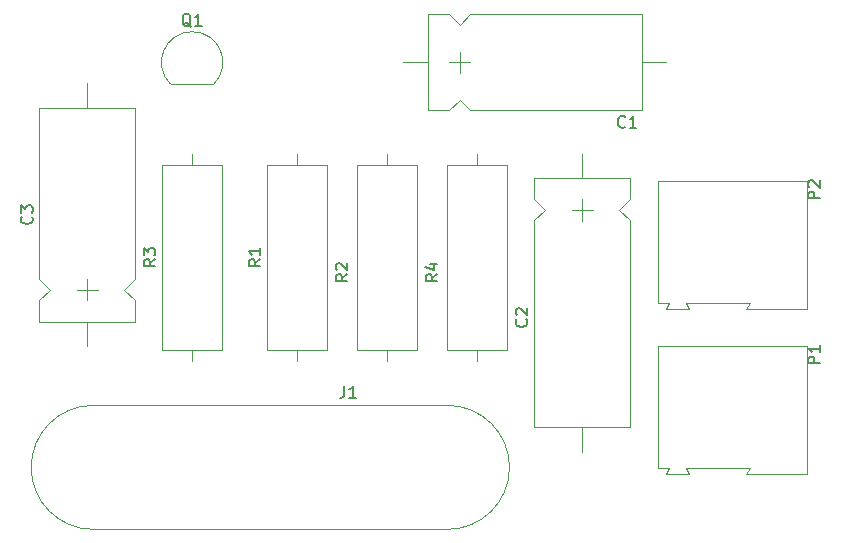
<source format=gbr>
G04 #@! TF.FileFunction,Legend,Top*
%FSLAX46Y46*%
G04 Gerber Fmt 4.6, Leading zero omitted, Abs format (unit mm)*
G04 Created by KiCad (PCBNEW 4.0.7) date 05/08/18 10:32:52*
%MOMM*%
%LPD*%
G01*
G04 APERTURE LIST*
%ADD10C,0.100000*%
%ADD11C,0.120000*%
%ADD12C,0.150000*%
G04 APERTURE END LIST*
D10*
D11*
X122090000Y-85090000D02*
X123890000Y-85090000D01*
X122990000Y-84190000D02*
X122990000Y-85990000D01*
X120280000Y-81030000D02*
X120280000Y-89150000D01*
X138400000Y-81030000D02*
X138400000Y-89150000D01*
X120280000Y-81030000D02*
X122080000Y-81030000D01*
X122080000Y-81030000D02*
X122980000Y-81930000D01*
X122980000Y-81930000D02*
X123880000Y-81030000D01*
X123880000Y-81030000D02*
X138400000Y-81030000D01*
X120280000Y-89150000D02*
X122080000Y-89150000D01*
X122080000Y-89150000D02*
X122980000Y-88250000D01*
X122980000Y-88250000D02*
X123880000Y-89150000D01*
X123880000Y-89150000D02*
X138400000Y-89150000D01*
X118220000Y-85090000D02*
X120280000Y-85090000D01*
X140460000Y-85090000D02*
X138400000Y-85090000D01*
X133350000Y-96690000D02*
X133350000Y-98490000D01*
X134250000Y-97590000D02*
X132450000Y-97590000D01*
X137410000Y-94880000D02*
X129290000Y-94880000D01*
X137410000Y-116000000D02*
X129290000Y-116000000D01*
X137410000Y-94880000D02*
X137410000Y-96680000D01*
X137410000Y-96680000D02*
X136510000Y-97580000D01*
X136510000Y-97580000D02*
X137410000Y-98480000D01*
X137410000Y-98480000D02*
X137410000Y-116000000D01*
X129290000Y-94880000D02*
X129290000Y-96680000D01*
X129290000Y-96680000D02*
X130190000Y-97580000D01*
X130190000Y-97580000D02*
X129290000Y-98480000D01*
X129290000Y-98480000D02*
X129290000Y-116000000D01*
X133350000Y-92820000D02*
X133350000Y-94880000D01*
X133350000Y-118060000D02*
X133350000Y-116000000D01*
X91440000Y-105240000D02*
X91440000Y-103440000D01*
X90540000Y-104340000D02*
X92340000Y-104340000D01*
X87380000Y-107050000D02*
X95500000Y-107050000D01*
X87380000Y-88930000D02*
X95500000Y-88930000D01*
X87380000Y-107050000D02*
X87380000Y-105250000D01*
X87380000Y-105250000D02*
X88280000Y-104350000D01*
X88280000Y-104350000D02*
X87380000Y-103450000D01*
X87380000Y-103450000D02*
X87380000Y-88930000D01*
X95500000Y-107050000D02*
X95500000Y-105250000D01*
X95500000Y-105250000D02*
X94600000Y-104350000D01*
X94600000Y-104350000D02*
X95500000Y-103450000D01*
X95500000Y-103450000D02*
X95500000Y-88930000D01*
X91440000Y-109110000D02*
X91440000Y-107050000D01*
X91440000Y-86870000D02*
X91440000Y-88930000D01*
X152350000Y-109110000D02*
X139750000Y-109110000D01*
X139750000Y-109110000D02*
X139750000Y-119460000D01*
X139750000Y-119460000D02*
X140700000Y-119460000D01*
X140700000Y-119460000D02*
X140450000Y-119960000D01*
X140450000Y-119960000D02*
X142350000Y-119960000D01*
X142350000Y-119960000D02*
X142400000Y-119960000D01*
X142400000Y-119960000D02*
X142150000Y-119460000D01*
X142150000Y-119460000D02*
X147550000Y-119460000D01*
X147550000Y-119460000D02*
X147250000Y-119960000D01*
X147250000Y-119960000D02*
X152350000Y-119960000D01*
X152350000Y-119960000D02*
X152350000Y-109110000D01*
X152350000Y-95140000D02*
X139750000Y-95140000D01*
X139750000Y-95140000D02*
X139750000Y-105490000D01*
X139750000Y-105490000D02*
X140700000Y-105490000D01*
X140700000Y-105490000D02*
X140450000Y-105990000D01*
X140450000Y-105990000D02*
X142350000Y-105990000D01*
X142350000Y-105990000D02*
X142400000Y-105990000D01*
X142400000Y-105990000D02*
X142150000Y-105490000D01*
X142150000Y-105490000D02*
X147550000Y-105490000D01*
X147550000Y-105490000D02*
X147250000Y-105990000D01*
X147250000Y-105990000D02*
X152350000Y-105990000D01*
X152350000Y-105990000D02*
X152350000Y-95140000D01*
X98530000Y-86940000D02*
X102130000Y-86940000D01*
X98491522Y-86928478D02*
G75*
G02X100330000Y-82490000I1838478J1838478D01*
G01*
X102168478Y-86928478D02*
G75*
G03X100330000Y-82490000I-1838478J1838478D01*
G01*
X106660000Y-109410000D02*
X111780000Y-109410000D01*
X111780000Y-109410000D02*
X111780000Y-93790000D01*
X111780000Y-93790000D02*
X106660000Y-93790000D01*
X106660000Y-93790000D02*
X106660000Y-109410000D01*
X109220000Y-110380000D02*
X109220000Y-109410000D01*
X109220000Y-92820000D02*
X109220000Y-93790000D01*
X127020000Y-93790000D02*
X121900000Y-93790000D01*
X121900000Y-93790000D02*
X121900000Y-109410000D01*
X121900000Y-109410000D02*
X127020000Y-109410000D01*
X127020000Y-109410000D02*
X127020000Y-93790000D01*
X124460000Y-92820000D02*
X124460000Y-93790000D01*
X124460000Y-110380000D02*
X124460000Y-109410000D01*
X119400000Y-93790000D02*
X114280000Y-93790000D01*
X114280000Y-93790000D02*
X114280000Y-109410000D01*
X114280000Y-109410000D02*
X119400000Y-109410000D01*
X119400000Y-109410000D02*
X119400000Y-93790000D01*
X116840000Y-92820000D02*
X116840000Y-93790000D01*
X116840000Y-110380000D02*
X116840000Y-109410000D01*
X97770000Y-109410000D02*
X102890000Y-109410000D01*
X102890000Y-109410000D02*
X102890000Y-93790000D01*
X102890000Y-93790000D02*
X97770000Y-93790000D01*
X97770000Y-93790000D02*
X97770000Y-109410000D01*
X100330000Y-110380000D02*
X100330000Y-109410000D01*
X100330000Y-92820000D02*
X100330000Y-93790000D01*
X91950000Y-124630000D02*
X121950000Y-124630000D01*
X121950000Y-114130000D02*
X91950000Y-114130000D01*
X121950000Y-124630000D02*
G75*
G03X121950000Y-114130000I0J5250000D01*
G01*
X91950000Y-114130000D02*
G75*
G03X91950000Y-124630000I0J-5250000D01*
G01*
D12*
X136993334Y-90527143D02*
X136945715Y-90574762D01*
X136802858Y-90622381D01*
X136707620Y-90622381D01*
X136564762Y-90574762D01*
X136469524Y-90479524D01*
X136421905Y-90384286D01*
X136374286Y-90193810D01*
X136374286Y-90050952D01*
X136421905Y-89860476D01*
X136469524Y-89765238D01*
X136564762Y-89670000D01*
X136707620Y-89622381D01*
X136802858Y-89622381D01*
X136945715Y-89670000D01*
X136993334Y-89717619D01*
X137945715Y-90622381D02*
X137374286Y-90622381D01*
X137660000Y-90622381D02*
X137660000Y-89622381D01*
X137564762Y-89765238D01*
X137469524Y-89860476D01*
X137374286Y-89908095D01*
X128627143Y-106846666D02*
X128674762Y-106894285D01*
X128722381Y-107037142D01*
X128722381Y-107132380D01*
X128674762Y-107275238D01*
X128579524Y-107370476D01*
X128484286Y-107418095D01*
X128293810Y-107465714D01*
X128150952Y-107465714D01*
X127960476Y-107418095D01*
X127865238Y-107370476D01*
X127770000Y-107275238D01*
X127722381Y-107132380D01*
X127722381Y-107037142D01*
X127770000Y-106894285D01*
X127817619Y-106846666D01*
X127817619Y-106465714D02*
X127770000Y-106418095D01*
X127722381Y-106322857D01*
X127722381Y-106084761D01*
X127770000Y-105989523D01*
X127817619Y-105941904D01*
X127912857Y-105894285D01*
X128008095Y-105894285D01*
X128150952Y-105941904D01*
X128722381Y-106513333D01*
X128722381Y-105894285D01*
X86737143Y-98156666D02*
X86784762Y-98204285D01*
X86832381Y-98347142D01*
X86832381Y-98442380D01*
X86784762Y-98585238D01*
X86689524Y-98680476D01*
X86594286Y-98728095D01*
X86403810Y-98775714D01*
X86260952Y-98775714D01*
X86070476Y-98728095D01*
X85975238Y-98680476D01*
X85880000Y-98585238D01*
X85832381Y-98442380D01*
X85832381Y-98347142D01*
X85880000Y-98204285D01*
X85927619Y-98156666D01*
X85832381Y-97823333D02*
X85832381Y-97204285D01*
X86213333Y-97537619D01*
X86213333Y-97394761D01*
X86260952Y-97299523D01*
X86308571Y-97251904D01*
X86403810Y-97204285D01*
X86641905Y-97204285D01*
X86737143Y-97251904D01*
X86784762Y-97299523D01*
X86832381Y-97394761D01*
X86832381Y-97680476D01*
X86784762Y-97775714D01*
X86737143Y-97823333D01*
X153492381Y-110578095D02*
X152492381Y-110578095D01*
X152492381Y-110197142D01*
X152540000Y-110101904D01*
X152587619Y-110054285D01*
X152682857Y-110006666D01*
X152825714Y-110006666D01*
X152920952Y-110054285D01*
X152968571Y-110101904D01*
X153016190Y-110197142D01*
X153016190Y-110578095D01*
X153492381Y-109054285D02*
X153492381Y-109625714D01*
X153492381Y-109340000D02*
X152492381Y-109340000D01*
X152635238Y-109435238D01*
X152730476Y-109530476D01*
X152778095Y-109625714D01*
X153492381Y-96608095D02*
X152492381Y-96608095D01*
X152492381Y-96227142D01*
X152540000Y-96131904D01*
X152587619Y-96084285D01*
X152682857Y-96036666D01*
X152825714Y-96036666D01*
X152920952Y-96084285D01*
X152968571Y-96131904D01*
X153016190Y-96227142D01*
X153016190Y-96608095D01*
X152587619Y-95655714D02*
X152540000Y-95608095D01*
X152492381Y-95512857D01*
X152492381Y-95274761D01*
X152540000Y-95179523D01*
X152587619Y-95131904D01*
X152682857Y-95084285D01*
X152778095Y-95084285D01*
X152920952Y-95131904D01*
X153492381Y-95703333D01*
X153492381Y-95084285D01*
X100234762Y-82077619D02*
X100139524Y-82030000D01*
X100044286Y-81934762D01*
X99901429Y-81791905D01*
X99806190Y-81744286D01*
X99710952Y-81744286D01*
X99758571Y-81982381D02*
X99663333Y-81934762D01*
X99568095Y-81839524D01*
X99520476Y-81649048D01*
X99520476Y-81315714D01*
X99568095Y-81125238D01*
X99663333Y-81030000D01*
X99758571Y-80982381D01*
X99949048Y-80982381D01*
X100044286Y-81030000D01*
X100139524Y-81125238D01*
X100187143Y-81315714D01*
X100187143Y-81649048D01*
X100139524Y-81839524D01*
X100044286Y-81934762D01*
X99949048Y-81982381D01*
X99758571Y-81982381D01*
X101139524Y-81982381D02*
X100568095Y-81982381D01*
X100853809Y-81982381D02*
X100853809Y-80982381D01*
X100758571Y-81125238D01*
X100663333Y-81220476D01*
X100568095Y-81268095D01*
X106112381Y-101766666D02*
X105636190Y-102100000D01*
X106112381Y-102338095D02*
X105112381Y-102338095D01*
X105112381Y-101957142D01*
X105160000Y-101861904D01*
X105207619Y-101814285D01*
X105302857Y-101766666D01*
X105445714Y-101766666D01*
X105540952Y-101814285D01*
X105588571Y-101861904D01*
X105636190Y-101957142D01*
X105636190Y-102338095D01*
X106112381Y-100814285D02*
X106112381Y-101385714D01*
X106112381Y-101100000D02*
X105112381Y-101100000D01*
X105255238Y-101195238D01*
X105350476Y-101290476D01*
X105398095Y-101385714D01*
X121102381Y-103036666D02*
X120626190Y-103370000D01*
X121102381Y-103608095D02*
X120102381Y-103608095D01*
X120102381Y-103227142D01*
X120150000Y-103131904D01*
X120197619Y-103084285D01*
X120292857Y-103036666D01*
X120435714Y-103036666D01*
X120530952Y-103084285D01*
X120578571Y-103131904D01*
X120626190Y-103227142D01*
X120626190Y-103608095D01*
X120435714Y-102179523D02*
X121102381Y-102179523D01*
X120054762Y-102417619D02*
X120769048Y-102655714D01*
X120769048Y-102036666D01*
X113482381Y-103036666D02*
X113006190Y-103370000D01*
X113482381Y-103608095D02*
X112482381Y-103608095D01*
X112482381Y-103227142D01*
X112530000Y-103131904D01*
X112577619Y-103084285D01*
X112672857Y-103036666D01*
X112815714Y-103036666D01*
X112910952Y-103084285D01*
X112958571Y-103131904D01*
X113006190Y-103227142D01*
X113006190Y-103608095D01*
X112577619Y-102655714D02*
X112530000Y-102608095D01*
X112482381Y-102512857D01*
X112482381Y-102274761D01*
X112530000Y-102179523D01*
X112577619Y-102131904D01*
X112672857Y-102084285D01*
X112768095Y-102084285D01*
X112910952Y-102131904D01*
X113482381Y-102703333D01*
X113482381Y-102084285D01*
X97222381Y-101766666D02*
X96746190Y-102100000D01*
X97222381Y-102338095D02*
X96222381Y-102338095D01*
X96222381Y-101957142D01*
X96270000Y-101861904D01*
X96317619Y-101814285D01*
X96412857Y-101766666D01*
X96555714Y-101766666D01*
X96650952Y-101814285D01*
X96698571Y-101861904D01*
X96746190Y-101957142D01*
X96746190Y-102338095D01*
X96222381Y-101433333D02*
X96222381Y-100814285D01*
X96603333Y-101147619D01*
X96603333Y-101004761D01*
X96650952Y-100909523D01*
X96698571Y-100861904D01*
X96793810Y-100814285D01*
X97031905Y-100814285D01*
X97127143Y-100861904D01*
X97174762Y-100909523D01*
X97222381Y-101004761D01*
X97222381Y-101290476D01*
X97174762Y-101385714D01*
X97127143Y-101433333D01*
X113206667Y-112482381D02*
X113206667Y-113196667D01*
X113159047Y-113339524D01*
X113063809Y-113434762D01*
X112920952Y-113482381D01*
X112825714Y-113482381D01*
X114206667Y-113482381D02*
X113635238Y-113482381D01*
X113920952Y-113482381D02*
X113920952Y-112482381D01*
X113825714Y-112625238D01*
X113730476Y-112720476D01*
X113635238Y-112768095D01*
M02*

</source>
